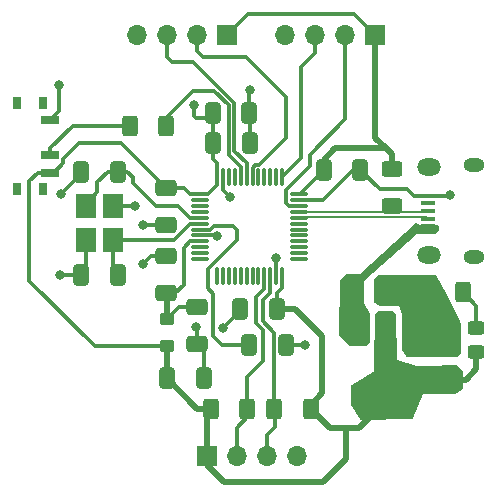
<source format=gbr>
%TF.GenerationSoftware,KiCad,Pcbnew,(6.0.10)*%
%TF.CreationDate,2023-02-14T22:37:11+03:00*%
%TF.ProjectId,BluePill,426c7565-5069-46c6-9c2e-6b696361645f,rev?*%
%TF.SameCoordinates,Original*%
%TF.FileFunction,Copper,L1,Top*%
%TF.FilePolarity,Positive*%
%FSLAX46Y46*%
G04 Gerber Fmt 4.6, Leading zero omitted, Abs format (unit mm)*
G04 Created by KiCad (PCBNEW (6.0.10)) date 2023-02-14 22:37:11*
%MOMM*%
%LPD*%
G01*
G04 APERTURE LIST*
G04 Aperture macros list*
%AMRoundRect*
0 Rectangle with rounded corners*
0 $1 Rounding radius*
0 $2 $3 $4 $5 $6 $7 $8 $9 X,Y pos of 4 corners*
0 Add a 4 corners polygon primitive as box body*
4,1,4,$2,$3,$4,$5,$6,$7,$8,$9,$2,$3,0*
0 Add four circle primitives for the rounded corners*
1,1,$1+$1,$2,$3*
1,1,$1+$1,$4,$5*
1,1,$1+$1,$6,$7*
1,1,$1+$1,$8,$9*
0 Add four rect primitives between the rounded corners*
20,1,$1+$1,$2,$3,$4,$5,0*
20,1,$1+$1,$4,$5,$6,$7,0*
20,1,$1+$1,$6,$7,$8,$9,0*
20,1,$1+$1,$8,$9,$2,$3,0*%
G04 Aperture macros list end*
%TA.AperFunction,SMDPad,CuDef*%
%ADD10RoundRect,0.250000X0.412500X0.650000X-0.412500X0.650000X-0.412500X-0.650000X0.412500X-0.650000X0*%
%TD*%
%TA.AperFunction,SMDPad,CuDef*%
%ADD11RoundRect,0.250000X-0.412500X-0.650000X0.412500X-0.650000X0.412500X0.650000X-0.412500X0.650000X0*%
%TD*%
%TA.AperFunction,SMDPad,CuDef*%
%ADD12RoundRect,0.250000X-0.350000X0.275000X-0.350000X-0.275000X0.350000X-0.275000X0.350000X0.275000X0*%
%TD*%
%TA.AperFunction,SMDPad,CuDef*%
%ADD13RoundRect,0.250000X-0.650000X0.412500X-0.650000X-0.412500X0.650000X-0.412500X0.650000X0.412500X0*%
%TD*%
%TA.AperFunction,SMDPad,CuDef*%
%ADD14R,0.800000X1.000000*%
%TD*%
%TA.AperFunction,SMDPad,CuDef*%
%ADD15R,1.500000X0.700000*%
%TD*%
%TA.AperFunction,SMDPad,CuDef*%
%ADD16RoundRect,0.250000X0.400000X0.625000X-0.400000X0.625000X-0.400000X-0.625000X0.400000X-0.625000X0*%
%TD*%
%TA.AperFunction,SMDPad,CuDef*%
%ADD17RoundRect,0.250000X-0.625000X0.400000X-0.625000X-0.400000X0.625000X-0.400000X0.625000X0.400000X0*%
%TD*%
%TA.AperFunction,SMDPad,CuDef*%
%ADD18RoundRect,0.250000X0.650000X-0.412500X0.650000X0.412500X-0.650000X0.412500X-0.650000X-0.412500X0*%
%TD*%
%TA.AperFunction,ComponentPad*%
%ADD19R,1.700000X1.700000*%
%TD*%
%TA.AperFunction,ComponentPad*%
%ADD20O,1.700000X1.700000*%
%TD*%
%TA.AperFunction,SMDPad,CuDef*%
%ADD21R,1.800000X2.100000*%
%TD*%
%TA.AperFunction,SMDPad,CuDef*%
%ADD22R,1.500000X2.000000*%
%TD*%
%TA.AperFunction,SMDPad,CuDef*%
%ADD23R,3.800000X2.000000*%
%TD*%
%TA.AperFunction,SMDPad,CuDef*%
%ADD24RoundRect,0.250000X-0.400000X-0.625000X0.400000X-0.625000X0.400000X0.625000X-0.400000X0.625000X0*%
%TD*%
%TA.AperFunction,SMDPad,CuDef*%
%ADD25RoundRect,0.250000X-0.450000X0.325000X-0.450000X-0.325000X0.450000X-0.325000X0.450000X0.325000X0*%
%TD*%
%TA.AperFunction,SMDPad,CuDef*%
%ADD26R,1.300000X0.450000*%
%TD*%
%TA.AperFunction,ComponentPad*%
%ADD27O,2.000000X1.450000*%
%TD*%
%TA.AperFunction,ComponentPad*%
%ADD28O,1.800000X1.150000*%
%TD*%
%TA.AperFunction,SMDPad,CuDef*%
%ADD29RoundRect,0.075000X-0.662500X-0.075000X0.662500X-0.075000X0.662500X0.075000X-0.662500X0.075000X0*%
%TD*%
%TA.AperFunction,SMDPad,CuDef*%
%ADD30RoundRect,0.075000X-0.075000X-0.662500X0.075000X-0.662500X0.075000X0.662500X-0.075000X0.662500X0*%
%TD*%
%TA.AperFunction,ViaPad*%
%ADD31C,0.800000*%
%TD*%
%TA.AperFunction,Conductor*%
%ADD32C,0.300000*%
%TD*%
%TA.AperFunction,Conductor*%
%ADD33C,0.500000*%
%TD*%
%TA.AperFunction,Conductor*%
%ADD34C,0.200000*%
%TD*%
G04 APERTURE END LIST*
D10*
%TO.P,C5,1*%
%TO.N,/HSE_IN*%
X103162500Y-58851800D03*
%TO.P,C5,2*%
%TO.N,GND*%
X100037500Y-58851800D03*
%TD*%
D11*
%TO.P,C1,1*%
%TO.N,VBUS*%
X123075300Y-69062600D03*
%TO.P,C1,2*%
%TO.N,GND*%
X126200300Y-69062600D03*
%TD*%
%TO.P,C13,1*%
%TO.N,+3.3V*%
X107301900Y-76352400D03*
%TO.P,C13,2*%
%TO.N,GND*%
X110426900Y-76352400D03*
%TD*%
D12*
%TO.P,FB1,1*%
%TO.N,+3.3VA*%
X107340400Y-71290800D03*
%TO.P,FB1,2*%
%TO.N,+3.3V*%
X107340400Y-73590800D03*
%TD*%
D13*
%TO.P,C6,2*%
%TO.N,GND*%
X107213400Y-63386100D03*
%TO.P,C6,1*%
%TO.N,+3.3V*%
X107213400Y-60261100D03*
%TD*%
D14*
%TO.P,SW1,*%
%TO.N,*%
X94570000Y-53041200D03*
X96780000Y-53041200D03*
X94570000Y-60341200D03*
X96780000Y-60341200D03*
D15*
%TO.P,SW1,1,A*%
%TO.N,GND*%
X97430000Y-54441200D03*
%TO.P,SW1,2,B*%
%TO.N,Net-(R4-Pad1)*%
X97430000Y-57441200D03*
%TO.P,SW1,3,C*%
%TO.N,+3.3V*%
X97430000Y-58941200D03*
%TD*%
D16*
%TO.P,R3,1*%
%TO.N,+3.3V*%
X119482200Y-78943200D03*
%TO.P,R3,2*%
%TO.N,/I2C2_SDA*%
X116382200Y-78943200D03*
%TD*%
D17*
%TO.P,R5,2*%
%TO.N,/USB_D+*%
X126339600Y-61748000D03*
%TO.P,R5,1*%
%TO.N,+3.3V*%
X126339600Y-58648000D03*
%TD*%
D13*
%TO.P,C12,1*%
%TO.N,+3.3VA*%
X109829600Y-70319500D03*
%TO.P,C12,2*%
%TO.N,GND*%
X109829600Y-73444500D03*
%TD*%
D18*
%TO.P,C2,1*%
%TO.N,+3.3V*%
X130886200Y-76365500D03*
%TO.P,C2,2*%
%TO.N,GND*%
X130886200Y-73240500D03*
%TD*%
D19*
%TO.P,J1,1,Pin_1*%
%TO.N,+3.3V*%
X112359600Y-47244000D03*
D20*
%TO.P,J1,2,Pin_2*%
%TO.N,/USART1_TX*%
X109819600Y-47244000D03*
%TO.P,J1,3,Pin_3*%
%TO.N,/USART1_RX*%
X107279600Y-47244000D03*
%TO.P,J1,4,Pin_4*%
%TO.N,GND*%
X104739600Y-47244000D03*
%TD*%
D21*
%TO.P,Y1,1,1*%
%TO.N,/HSE_IN*%
X100424600Y-61719800D03*
%TO.P,Y1,2,2*%
%TO.N,GND*%
X100424600Y-64619800D03*
%TO.P,Y1,3,3*%
%TO.N,/HSE_OUT*%
X102724600Y-64619800D03*
%TO.P,Y1,4,4*%
%TO.N,GND*%
X102724600Y-61719800D03*
%TD*%
D11*
%TO.P,C8,1*%
%TO.N,+3.3V*%
X120560700Y-58724800D03*
%TO.P,C8,2*%
%TO.N,GND*%
X123685700Y-58724800D03*
%TD*%
D19*
%TO.P,J2,1,Pin_1*%
%TO.N,+3.3V*%
X110677800Y-82931000D03*
D20*
%TO.P,J2,2,Pin_2*%
%TO.N,/I2C2_SCL*%
X113217800Y-82931000D03*
%TO.P,J2,3,Pin_3*%
%TO.N,/I2C2_SDA*%
X115757800Y-82931000D03*
%TO.P,J2,4,Pin_4*%
%TO.N,GND*%
X118297800Y-82931000D03*
%TD*%
D18*
%TO.P,C11,1*%
%TO.N,+3.3VA*%
X107238800Y-69126500D03*
%TO.P,C11,2*%
%TO.N,GND*%
X107238800Y-66001500D03*
%TD*%
D22*
%TO.P,U1,1,GND*%
%TO.N,GND*%
X128157000Y-71957800D03*
%TO.P,U1,2,VO*%
%TO.N,+3.3V*%
X125857000Y-71957800D03*
D23*
X125857000Y-78257800D03*
D22*
%TO.P,U1,3,VI*%
%TO.N,VBUS*%
X123557000Y-71957800D03*
%TD*%
D24*
%TO.P,R4,1*%
%TO.N,Net-(R4-Pad1)*%
X104139400Y-54940200D03*
%TO.P,R4,2*%
%TO.N,/BOOT0*%
X107239400Y-54940200D03*
%TD*%
D19*
%TO.P,J3,1,Pin_1*%
%TO.N,+3.3V*%
X124958000Y-47244000D03*
D20*
%TO.P,J3,2,Pin_2*%
%TO.N,/SWDIO*%
X122418000Y-47244000D03*
%TO.P,J3,3,Pin_3*%
%TO.N,/SWCLK*%
X119878000Y-47244000D03*
%TO.P,J3,4,Pin_4*%
%TO.N,GND*%
X117338000Y-47244000D03*
%TD*%
D16*
%TO.P,R1,1*%
%TO.N,/PWR_LED_K*%
X132334600Y-69037200D03*
%TO.P,R1,2*%
%TO.N,GND*%
X129234600Y-69037200D03*
%TD*%
D25*
%TO.P,D1,1,K*%
%TO.N,/PWR_LED_K*%
X133502400Y-72050800D03*
%TO.P,D1,2,A*%
%TO.N,+3.3V*%
X133502400Y-74100800D03*
%TD*%
D26*
%TO.P,J4,1,VBUS*%
%TO.N,VBUS*%
X129425000Y-63470000D03*
%TO.P,J4,2,D-*%
%TO.N,/USB_D-*%
X129425000Y-62820000D03*
%TO.P,J4,3,D+*%
%TO.N,/USB_D+*%
X129425000Y-62170000D03*
%TO.P,J4,4,ID*%
%TO.N,unconnected-(J4-Pad4)*%
X129425000Y-61520000D03*
%TO.P,J4,5,GND*%
%TO.N,GND*%
X129425000Y-60870000D03*
D27*
%TO.P,J4,6,Shield*%
%TO.N,unconnected-(J4-Pad6)*%
X129475000Y-58445000D03*
D28*
X133275000Y-58295000D03*
X133275000Y-66045000D03*
D27*
X129475000Y-65895000D03*
%TD*%
D10*
%TO.P,C9,2*%
%TO.N,GND*%
X100062900Y-67564000D03*
%TO.P,C9,1*%
%TO.N,/HSE_OUT*%
X103187900Y-67564000D03*
%TD*%
D24*
%TO.P,R2,1*%
%TO.N,+3.3V*%
X110997400Y-78917800D03*
%TO.P,R2,2*%
%TO.N,/I2C2_SCL*%
X114097400Y-78917800D03*
%TD*%
D11*
%TO.P,C4,1*%
%TO.N,/NRST*%
X114286900Y-73533000D03*
%TO.P,C4,2*%
%TO.N,GND*%
X117411900Y-73533000D03*
%TD*%
%TO.P,C3,1*%
%TO.N,+3.3V*%
X111162700Y-53898800D03*
%TO.P,C3,2*%
%TO.N,GND*%
X114287700Y-53898800D03*
%TD*%
D10*
%TO.P,C10,1*%
%TO.N,+3.3V*%
X116624500Y-70459600D03*
%TO.P,C10,2*%
%TO.N,GND*%
X113499500Y-70459600D03*
%TD*%
D11*
%TO.P,C7,1*%
%TO.N,+3.3V*%
X111213500Y-56388000D03*
%TO.P,C7,2*%
%TO.N,GND*%
X114338500Y-56388000D03*
%TD*%
D29*
%TO.P,U2,1,VBAT*%
%TO.N,+3.3V*%
X110137500Y-60750000D03*
%TO.P,U2,2,PC13*%
%TO.N,unconnected-(U2-Pad2)*%
X110137500Y-61250000D03*
%TO.P,U2,3,PC14*%
%TO.N,unconnected-(U2-Pad3)*%
X110137500Y-61750000D03*
%TO.P,U2,4,PC15*%
%TO.N,unconnected-(U2-Pad4)*%
X110137500Y-62250000D03*
%TO.P,U2,5,PD0*%
%TO.N,/HSE_IN*%
X110137500Y-62750000D03*
%TO.P,U2,6,PD1*%
%TO.N,/HSE_OUT*%
X110137500Y-63250000D03*
%TO.P,U2,7,NRST*%
%TO.N,/NRST*%
X110137500Y-63750000D03*
%TO.P,U2,8,VSSA*%
%TO.N,GND*%
X110137500Y-64250000D03*
%TO.P,U2,9,VDDA*%
%TO.N,+3.3VA*%
X110137500Y-64750000D03*
%TO.P,U2,10,PA0*%
%TO.N,unconnected-(U2-Pad10)*%
X110137500Y-65250000D03*
%TO.P,U2,11,PA1*%
%TO.N,unconnected-(U2-Pad11)*%
X110137500Y-65750000D03*
%TO.P,U2,12,PA2*%
%TO.N,unconnected-(U2-Pad12)*%
X110137500Y-66250000D03*
D30*
%TO.P,U2,13,PA3*%
%TO.N,unconnected-(U2-Pad13)*%
X111550000Y-67662500D03*
%TO.P,U2,14,PA4*%
%TO.N,unconnected-(U2-Pad14)*%
X112050000Y-67662500D03*
%TO.P,U2,15,PA5*%
%TO.N,unconnected-(U2-Pad15)*%
X112550000Y-67662500D03*
%TO.P,U2,16,PA6*%
%TO.N,unconnected-(U2-Pad16)*%
X113050000Y-67662500D03*
%TO.P,U2,17,PA7*%
%TO.N,unconnected-(U2-Pad17)*%
X113550000Y-67662500D03*
%TO.P,U2,18,PB0*%
%TO.N,unconnected-(U2-Pad18)*%
X114050000Y-67662500D03*
%TO.P,U2,19,PB1*%
%TO.N,unconnected-(U2-Pad19)*%
X114550000Y-67662500D03*
%TO.P,U2,20,PB2*%
%TO.N,unconnected-(U2-Pad20)*%
X115050000Y-67662500D03*
%TO.P,U2,21,PB10*%
%TO.N,/I2C2_SCL*%
X115550000Y-67662500D03*
%TO.P,U2,22,PB11*%
%TO.N,/I2C2_SDA*%
X116050000Y-67662500D03*
%TO.P,U2,23,VSS*%
%TO.N,GND*%
X116550000Y-67662500D03*
%TO.P,U2,24,VDD*%
%TO.N,+3.3V*%
X117050000Y-67662500D03*
D29*
%TO.P,U2,25,PB12*%
%TO.N,unconnected-(U2-Pad25)*%
X118462500Y-66250000D03*
%TO.P,U2,26,PB13*%
%TO.N,unconnected-(U2-Pad26)*%
X118462500Y-65750000D03*
%TO.P,U2,27,PB14*%
%TO.N,unconnected-(U2-Pad27)*%
X118462500Y-65250000D03*
%TO.P,U2,28,PB15*%
%TO.N,unconnected-(U2-Pad28)*%
X118462500Y-64750000D03*
%TO.P,U2,29,PA8*%
%TO.N,unconnected-(U2-Pad29)*%
X118462500Y-64250000D03*
%TO.P,U2,30,PA9*%
%TO.N,unconnected-(U2-Pad30)*%
X118462500Y-63750000D03*
%TO.P,U2,31,PA10*%
%TO.N,unconnected-(U2-Pad31)*%
X118462500Y-63250000D03*
%TO.P,U2,32,PA11*%
%TO.N,/USB_D-*%
X118462500Y-62750000D03*
%TO.P,U2,33,PA12*%
%TO.N,/USB_D+*%
X118462500Y-62250000D03*
%TO.P,U2,34,PA13*%
%TO.N,/SWDIO*%
X118462500Y-61750000D03*
%TO.P,U2,35,VSS*%
%TO.N,GND*%
X118462500Y-61250000D03*
%TO.P,U2,36,VDD*%
%TO.N,+3.3V*%
X118462500Y-60750000D03*
D30*
%TO.P,U2,37,PA14*%
%TO.N,/SWCLK*%
X117050000Y-59337500D03*
%TO.P,U2,38,PA15*%
%TO.N,unconnected-(U2-Pad38)*%
X116550000Y-59337500D03*
%TO.P,U2,39,PB3*%
%TO.N,unconnected-(U2-Pad39)*%
X116050000Y-59337500D03*
%TO.P,U2,40,PB4*%
%TO.N,unconnected-(U2-Pad40)*%
X115550000Y-59337500D03*
%TO.P,U2,41,PB5*%
%TO.N,unconnected-(U2-Pad41)*%
X115050000Y-59337500D03*
%TO.P,U2,42,PB6*%
%TO.N,/USART1_TX*%
X114550000Y-59337500D03*
%TO.P,U2,43,PB7*%
%TO.N,/USART1_RX*%
X114050000Y-59337500D03*
%TO.P,U2,44,BOOT0*%
%TO.N,/BOOT0*%
X113550000Y-59337500D03*
%TO.P,U2,45,PB8*%
%TO.N,unconnected-(U2-Pad45)*%
X113050000Y-59337500D03*
%TO.P,U2,46,PB9*%
%TO.N,unconnected-(U2-Pad46)*%
X112550000Y-59337500D03*
%TO.P,U2,47,VSS*%
%TO.N,GND*%
X112050000Y-59337500D03*
%TO.P,U2,48,VDD*%
%TO.N,+3.3V*%
X111550000Y-59337500D03*
%TD*%
D31*
%TO.N,GND*%
X131267200Y-60858400D03*
%TO.N,+3.3V*%
X109626400Y-53187600D03*
%TO.N,GND*%
X114300000Y-51917600D03*
X98298000Y-60756800D03*
X104597200Y-61722000D03*
X105308400Y-63398400D03*
X98247200Y-67564000D03*
X98145600Y-51511200D03*
X127660400Y-69697600D03*
X127711200Y-68427600D03*
X128270000Y-73660000D03*
X131419600Y-71577200D03*
X130200400Y-71577200D03*
X105308400Y-66649600D03*
X109778800Y-71983600D03*
X112064800Y-72085200D03*
X119024400Y-73558400D03*
X116535200Y-66141600D03*
X112674400Y-61010800D03*
X111556800Y-64262000D03*
%TD*%
D32*
%TO.N,unconnected-(J4-Pad6)*%
X133125000Y-58445000D02*
X133275000Y-58295000D01*
X133125000Y-65895000D02*
X133275000Y-66045000D01*
%TO.N,GND*%
X98145600Y-53725600D02*
X97430000Y-54441200D01*
X98145600Y-51511200D02*
X98145600Y-53725600D01*
%TO.N,+3.3V*%
X110801600Y-60750000D02*
X111550000Y-60001600D01*
X110137500Y-60750000D02*
X110801600Y-60750000D01*
X111550000Y-60001600D02*
X111550000Y-59337500D01*
%TO.N,GND*%
X112674400Y-61010800D02*
X112050000Y-60386400D01*
X112050000Y-60386400D02*
X112050000Y-59337500D01*
X131255600Y-60870000D02*
X131267200Y-60858400D01*
X129425000Y-60870000D02*
X131255600Y-60870000D01*
%TO.N,+3.3V*%
X95656400Y-68072000D02*
X101175200Y-73590800D01*
X95656400Y-59664800D02*
X95656400Y-68072000D01*
X97430000Y-58941200D02*
X96380000Y-58941200D01*
X96380000Y-58941200D02*
X95656400Y-59664800D01*
X101175200Y-73590800D02*
X107340400Y-73590800D01*
X123180000Y-45466000D02*
X124958000Y-47244000D01*
X114137600Y-45466000D02*
X123180000Y-45466000D01*
X112359600Y-47244000D02*
X114137600Y-45466000D01*
X109778800Y-54305200D02*
X110756300Y-54305200D01*
X109626400Y-54152800D02*
X109778800Y-54305200D01*
X110756300Y-54305200D02*
X111162700Y-53898800D01*
X109626400Y-53187600D02*
X109626400Y-54152800D01*
%TO.N,GND*%
X114287700Y-51929900D02*
X114300000Y-51917600D01*
X114287700Y-53898800D02*
X114287700Y-51929900D01*
X114338500Y-53949600D02*
X114287700Y-53898800D01*
X114338500Y-56388000D02*
X114338500Y-53949600D01*
%TO.N,/USART1_TX*%
X109819600Y-48656400D02*
X109819600Y-47244000D01*
X110337600Y-49174400D02*
X109819600Y-48656400D01*
X113995200Y-49174400D02*
X110337600Y-49174400D01*
X117348000Y-52527200D02*
X113995200Y-49174400D01*
X114798959Y-58250000D02*
X115130400Y-58250000D01*
X115130400Y-58250000D02*
X117348000Y-56032400D01*
X114550000Y-59337500D02*
X114550000Y-58498959D01*
X114550000Y-58498959D02*
X114798959Y-58250000D01*
X117348000Y-56032400D02*
X117348000Y-52527200D01*
%TO.N,GND*%
X100037500Y-59017300D02*
X98298000Y-60756800D01*
X100037500Y-58851800D02*
X100037500Y-59017300D01*
%TO.N,+3.3V*%
X97730000Y-58941200D02*
X97430000Y-58941200D01*
X98530000Y-58141200D02*
X97730000Y-58941200D01*
X99872800Y-56438800D02*
X98530000Y-57781600D01*
X103391100Y-56438800D02*
X99872800Y-56438800D01*
X98530000Y-57781600D02*
X98530000Y-58141200D01*
X107213400Y-60261100D02*
X103391100Y-56438800D01*
%TO.N,GND*%
X104595000Y-61719800D02*
X104597200Y-61722000D01*
X102724600Y-61719800D02*
X104595000Y-61719800D01*
X105320700Y-63386100D02*
X105308400Y-63398400D01*
X107213400Y-63386100D02*
X105320700Y-63386100D01*
%TO.N,/HSE_IN*%
X104444800Y-59791600D02*
X104444800Y-59334400D01*
X104444800Y-59334400D02*
X103962200Y-58851800D01*
X103962200Y-58851800D02*
X103162500Y-58851800D01*
X106375200Y-61722000D02*
X104444800Y-59791600D01*
X108204000Y-61722000D02*
X106375200Y-61722000D01*
X109232000Y-62750000D02*
X108204000Y-61722000D01*
X110137500Y-62750000D02*
X109232000Y-62750000D01*
%TO.N,GND*%
X100062900Y-67564000D02*
X98247200Y-67564000D01*
X100424600Y-67202300D02*
X100062900Y-67564000D01*
X100424600Y-64619800D02*
X100424600Y-67202300D01*
%TO.N,Net-(R4-Pad1)*%
X99339400Y-54940200D02*
X97430000Y-56849600D01*
X104139400Y-54940200D02*
X99339400Y-54940200D01*
X97430000Y-56849600D02*
X97430000Y-57441200D01*
D33*
%TO.N,+3.3V*%
X124958000Y-55971600D02*
X125831600Y-56845200D01*
X124958000Y-47244000D02*
X124958000Y-55971600D01*
X120560700Y-57848900D02*
X120560700Y-58724800D01*
X121564400Y-56845200D02*
X120560700Y-57848900D01*
X125831600Y-56845200D02*
X121564400Y-56845200D01*
X126339600Y-58648000D02*
X126339600Y-57353200D01*
X126339600Y-57353200D02*
X125831600Y-56845200D01*
X110677800Y-83703000D02*
X110677800Y-82931000D01*
X112115600Y-85140800D02*
X110677800Y-83703000D01*
X120497600Y-85140800D02*
X112115600Y-85140800D01*
X122478800Y-80568800D02*
X122478800Y-83159600D01*
X122478800Y-80568800D02*
X123546000Y-80568800D01*
X122478800Y-83159600D02*
X120497600Y-85140800D01*
X121107800Y-80568800D02*
X122478800Y-80568800D01*
X120446800Y-72796400D02*
X118110000Y-70459600D01*
X118110000Y-70459600D02*
X116624500Y-70459600D01*
X120446800Y-77622400D02*
X120446800Y-72796400D01*
X119482200Y-78587000D02*
X120446800Y-77622400D01*
X119482200Y-78943200D02*
X119482200Y-78587000D01*
X123546000Y-80568800D02*
X125857000Y-78257800D01*
X119482200Y-78943200D02*
X121107800Y-80568800D01*
X132588000Y-76504800D02*
X131025500Y-76504800D01*
X131025500Y-76504800D02*
X130886200Y-76365500D01*
X133502400Y-75590400D02*
X132588000Y-76504800D01*
X133502400Y-74100800D02*
X133502400Y-75590400D01*
D32*
%TO.N,GND*%
X105956500Y-66001500D02*
X105308400Y-66649600D01*
X107238800Y-66001500D02*
X105956500Y-66001500D01*
X109829600Y-72034400D02*
X109778800Y-71983600D01*
X109829600Y-73444500D02*
X109829600Y-72034400D01*
X113499500Y-70650500D02*
X112064800Y-72085200D01*
X113499500Y-70459600D02*
X113499500Y-70650500D01*
%TO.N,/NRST*%
X111988600Y-73533000D02*
X114286900Y-73533000D01*
X111201200Y-72745600D02*
X111988600Y-73533000D01*
X111201200Y-69189600D02*
X111201200Y-72745600D01*
X113233200Y-63804800D02*
X113233200Y-64640759D01*
X112877600Y-63449200D02*
X113233200Y-63804800D01*
X110744000Y-67129959D02*
X110744000Y-68732400D01*
X110744000Y-68732400D02*
X111201200Y-69189600D01*
X111276841Y-63449200D02*
X112877600Y-63449200D01*
X110976041Y-63750000D02*
X111276841Y-63449200D01*
X113233200Y-64640759D02*
X110744000Y-67129959D01*
X110137500Y-63750000D02*
X110976041Y-63750000D01*
%TO.N,+3.3VA*%
X108311700Y-70319500D02*
X107340400Y-71290800D01*
X109829600Y-70319500D02*
X108311700Y-70319500D01*
%TO.N,GND*%
X110363000Y-73393700D02*
X110363000Y-73482200D01*
X118999000Y-73533000D02*
X119024400Y-73558400D01*
X117411900Y-73533000D02*
X118999000Y-73533000D01*
X110426900Y-76352400D02*
X110426900Y-73457600D01*
X110426900Y-73457600D02*
X110363000Y-73393700D01*
X125311300Y-60350400D02*
X123685700Y-58724800D01*
X127660400Y-60350400D02*
X125311300Y-60350400D01*
X128255000Y-60945000D02*
X127660400Y-60350400D01*
X129402600Y-60945000D02*
X128255000Y-60945000D01*
X129425000Y-60922600D02*
X129402600Y-60945000D01*
X129425000Y-60870000D02*
X129425000Y-60922600D01*
X116550000Y-66156400D02*
X116535200Y-66141600D01*
X116550000Y-67662500D02*
X116550000Y-66156400D01*
X111544800Y-64250000D02*
X111556800Y-64262000D01*
X110137500Y-64250000D02*
X111544800Y-64250000D01*
%TO.N,/PWR_LED_K*%
X133502400Y-70205000D02*
X132334600Y-69037200D01*
X133502400Y-72050800D02*
X133502400Y-70205000D01*
%TO.N,/USART1_RX*%
X107279600Y-49113600D02*
X107279600Y-47244000D01*
X109524800Y-49530000D02*
X107696000Y-49530000D01*
X113022000Y-53027200D02*
X109524800Y-49530000D01*
X107696000Y-49530000D02*
X107279600Y-49113600D01*
X113022000Y-57091200D02*
X113022000Y-53027200D01*
X114050000Y-58119200D02*
X113022000Y-57091200D01*
X114050000Y-59337500D02*
X114050000Y-58119200D01*
%TO.N,/BOOT0*%
X107239400Y-54304600D02*
X107239400Y-54940200D01*
X112522000Y-53238400D02*
X111302800Y-52019200D01*
X109524800Y-52019200D02*
X107239400Y-54304600D01*
X112522000Y-57454800D02*
X112522000Y-53238400D01*
X113550000Y-58482800D02*
X112522000Y-57454800D01*
X111302800Y-52019200D02*
X109524800Y-52019200D01*
X113550000Y-59337500D02*
X113550000Y-58482800D01*
%TO.N,/SWCLK*%
X119878000Y-48778000D02*
X119878000Y-47244000D01*
X118668800Y-49987200D02*
X119878000Y-48778000D01*
X118668800Y-57718700D02*
X118668800Y-49987200D01*
X117050000Y-59337500D02*
X118668800Y-57718700D01*
%TO.N,+3.3V*%
X111213500Y-53949600D02*
X111162700Y-53898800D01*
X111213500Y-56388000D02*
X111213500Y-53949600D01*
X111213500Y-57771900D02*
X111213500Y-56388000D01*
X111550000Y-58108400D02*
X111213500Y-57771900D01*
%TO.N,/SWDIO*%
X119385400Y-57404000D02*
X122418000Y-54371400D01*
X117375000Y-60374200D02*
X119385400Y-58363800D01*
X117623959Y-61750000D02*
X117375000Y-61501041D01*
X122418000Y-54371400D02*
X122418000Y-47244000D01*
X119385400Y-58363800D02*
X119385400Y-57404000D01*
X117375000Y-61501041D02*
X117375000Y-60374200D01*
X118462500Y-61750000D02*
X117623959Y-61750000D01*
D33*
%TO.N,+3.3V*%
X107340400Y-76313900D02*
X107301900Y-76352400D01*
X107340400Y-73590800D02*
X107340400Y-76313900D01*
X109867300Y-78917800D02*
X110997400Y-78917800D01*
X107301900Y-76352400D02*
X109867300Y-78917800D01*
X110677800Y-79237400D02*
X110997400Y-78917800D01*
X110677800Y-82931000D02*
X110677800Y-79237400D01*
D32*
%TO.N,/I2C2_SDA*%
X116433600Y-80467200D02*
X116433600Y-78994600D01*
X115757800Y-81143000D02*
X116433600Y-80467200D01*
X116433600Y-78994600D02*
X116382200Y-78943200D01*
X115757800Y-82931000D02*
X115757800Y-81143000D01*
%TO.N,/I2C2_SCL*%
X114097400Y-79653800D02*
X114097400Y-78917800D01*
X113217800Y-80533400D02*
X114097400Y-79653800D01*
X113217800Y-82931000D02*
X113217800Y-80533400D01*
D34*
%TO.N,/USB_D+*%
X129320001Y-62274999D02*
X129425000Y-62170000D01*
X118487499Y-62274999D02*
X129320001Y-62274999D01*
X118462500Y-62250000D02*
X118487499Y-62274999D01*
%TO.N,/USB_D-*%
X129330001Y-62725001D02*
X129425000Y-62820000D01*
X118487499Y-62725001D02*
X129330001Y-62725001D01*
X118462500Y-62750000D02*
X118487499Y-62725001D01*
D32*
%TO.N,GND*%
X120512400Y-61250000D02*
X123037600Y-58724800D01*
X118462500Y-61250000D02*
X120512400Y-61250000D01*
X123037600Y-58724800D02*
X123685700Y-58724800D01*
%TO.N,+3.3V*%
X118462500Y-60750000D02*
X118535500Y-60750000D01*
X118535500Y-60750000D02*
X120560700Y-58724800D01*
%TO.N,/I2C2_SDA*%
X115417600Y-69748400D02*
X115417600Y-71530494D01*
X116050000Y-69116000D02*
X115417600Y-69748400D01*
X116382200Y-72495094D02*
X116382200Y-78943200D01*
X116050000Y-67662500D02*
X116050000Y-69116000D01*
X115417600Y-71530494D02*
X116382200Y-72495094D01*
%TO.N,/I2C2_SCL*%
X115468400Y-72288400D02*
X114858800Y-71678800D01*
X114858800Y-71678800D02*
X114858800Y-69443600D01*
X114097400Y-76250200D02*
X115468400Y-74879200D01*
X115468400Y-74879200D02*
X115468400Y-72288400D01*
X114858800Y-69443600D02*
X115550000Y-68752400D01*
X114097400Y-78917800D02*
X114097400Y-76250200D01*
X115550000Y-68752400D02*
X115550000Y-67662500D01*
%TO.N,+3.3V*%
X117050000Y-68674800D02*
X116624500Y-69100300D01*
X116624500Y-69100300D02*
X116624500Y-70459600D01*
X117050000Y-67662500D02*
X117050000Y-68674800D01*
%TO.N,+3.3VA*%
X108712000Y-68427600D02*
X108013100Y-69126500D01*
X108712000Y-65328800D02*
X108712000Y-68427600D01*
X109290800Y-64750000D02*
X108712000Y-65328800D01*
X108013100Y-69126500D02*
X107238800Y-69126500D01*
X110137500Y-64750000D02*
X109290800Y-64750000D01*
D33*
X107340400Y-69228100D02*
X107238800Y-69126500D01*
X107340400Y-71290800D02*
X107340400Y-69228100D01*
D32*
%TO.N,/HSE_OUT*%
X107890728Y-64619800D02*
X109260528Y-63250000D01*
X109260528Y-63250000D02*
X110137500Y-63250000D01*
X102724600Y-64619800D02*
X107890728Y-64619800D01*
%TO.N,/HSE_IN*%
X101396800Y-60597600D02*
X101396800Y-59740800D01*
X100424600Y-61569800D02*
X101396800Y-60597600D01*
X102285800Y-58851800D02*
X103162500Y-58851800D01*
X100424600Y-61719800D02*
X100424600Y-61569800D01*
X101396800Y-59740800D02*
X102285800Y-58851800D01*
%TO.N,/HSE_OUT*%
X102724600Y-67266200D02*
X102724600Y-64619800D01*
X103187900Y-67729500D02*
X102724600Y-67266200D01*
X103187900Y-67564000D02*
X103187900Y-67729500D01*
%TO.N,GND*%
X107682900Y-63855600D02*
X107213400Y-63386100D01*
%TO.N,+3.3V*%
X108775100Y-60261100D02*
X107213400Y-60261100D01*
X109264000Y-60750000D02*
X108775100Y-60261100D01*
X110137500Y-60750000D02*
X109264000Y-60750000D01*
X111201200Y-56146300D02*
X111213500Y-56134000D01*
X111550000Y-59337500D02*
X111550000Y-58108400D01*
%TD*%
%TA.AperFunction,Conductor*%
%TO.N,GND*%
G36*
X130040099Y-67584002D02*
G01*
X130083444Y-67631253D01*
X130887774Y-69157417D01*
X132027239Y-71319480D01*
X132030912Y-71327052D01*
X132221540Y-71755964D01*
X132232400Y-71807138D01*
X132232400Y-74115810D01*
X132212398Y-74183931D01*
X132195495Y-74204905D01*
X131913546Y-74486854D01*
X131851234Y-74520880D01*
X131824835Y-74523758D01*
X127682812Y-74536375D01*
X127614630Y-74516581D01*
X127577726Y-74480472D01*
X127393240Y-74204905D01*
X127230349Y-73961596D01*
X127209053Y-73890832D01*
X127225068Y-70872338D01*
X127225068Y-70872336D01*
X127225146Y-70857552D01*
X126920388Y-70245453D01*
X126903126Y-70245575D01*
X126903125Y-70245575D01*
X125414607Y-70256115D01*
X125341459Y-70233341D01*
X124920144Y-69938421D01*
X124875808Y-69882970D01*
X124866400Y-69835198D01*
X124866400Y-67971790D01*
X124886402Y-67903669D01*
X124903305Y-67882695D01*
X125185095Y-67600905D01*
X125247407Y-67566879D01*
X125274190Y-67564000D01*
X129971978Y-67564000D01*
X130040099Y-67584002D01*
G37*
%TD.AperFunction*%
%TD*%
%TA.AperFunction,Conductor*%
%TO.N,+3.3V*%
G36*
X126406331Y-70632002D02*
G01*
X126427305Y-70648905D01*
X126658971Y-70880571D01*
X126692997Y-70942883D01*
X126695865Y-70968030D01*
X126697179Y-71069200D01*
X126746000Y-74828400D01*
X128510713Y-75319938D01*
X129384781Y-75297492D01*
X131771922Y-75236189D01*
X131840534Y-75254435D01*
X131864252Y-75273052D01*
X132346083Y-75754883D01*
X132380109Y-75817195D01*
X132382913Y-75848320D01*
X132336329Y-77199254D01*
X132313991Y-77266645D01*
X132276440Y-77302221D01*
X131703973Y-77654509D01*
X131637937Y-77673200D01*
X129032000Y-77673200D01*
X129024488Y-77689806D01*
X129024487Y-77689807D01*
X128099880Y-79733675D01*
X128053578Y-79787496D01*
X127986545Y-79807733D01*
X123767906Y-79856787D01*
X123699557Y-79837579D01*
X123660315Y-79798717D01*
X122905074Y-78618653D01*
X122885200Y-78550732D01*
X122885200Y-76984566D01*
X122905202Y-76916445D01*
X122949006Y-76874986D01*
X124761907Y-75846042D01*
X124767752Y-75842924D01*
X124866400Y-75793600D01*
X124872198Y-75254435D01*
X124917197Y-71069444D01*
X124917200Y-71069200D01*
X124917200Y-70962418D01*
X124937202Y-70894297D01*
X124946404Y-70881755D01*
X125133419Y-70657337D01*
X125192395Y-70617810D01*
X125230215Y-70612000D01*
X126338210Y-70612000D01*
X126406331Y-70632002D01*
G37*
%TD.AperFunction*%
%TD*%
%TA.AperFunction,Conductor*%
%TO.N,VBUS*%
G36*
X128506201Y-63213881D02*
G01*
X128545378Y-63240431D01*
X128602287Y-63297241D01*
X128612924Y-63301944D01*
X128612926Y-63301945D01*
X128672462Y-63328265D01*
X128704673Y-63342506D01*
X128730354Y-63345500D01*
X130119646Y-63345500D01*
X130123350Y-63345059D01*
X130123353Y-63345059D01*
X130126640Y-63344668D01*
X130145846Y-63342382D01*
X130146964Y-63341886D01*
X130213588Y-63343040D01*
X130272640Y-63382453D01*
X130301010Y-63447535D01*
X130302000Y-63463303D01*
X130302000Y-63803410D01*
X130281998Y-63871531D01*
X130265095Y-63892505D01*
X130034105Y-64123495D01*
X129971793Y-64157521D01*
X129945010Y-64160400D01*
X128473200Y-64160400D01*
X124002800Y-68072000D01*
X124002800Y-69951600D01*
X124497498Y-70940996D01*
X124510800Y-70997345D01*
X124510800Y-73196425D01*
X124490798Y-73264546D01*
X124467774Y-73291248D01*
X124149365Y-73569856D01*
X124140029Y-73578025D01*
X124075591Y-73607829D01*
X124057057Y-73609200D01*
X122837797Y-73609200D01*
X122769676Y-73589198D01*
X122746327Y-73569856D01*
X121904283Y-72681032D01*
X121871954Y-72617823D01*
X121869761Y-72592991D01*
X121919397Y-68076109D01*
X121940146Y-68008213D01*
X121960632Y-67984262D01*
X122442755Y-67545968D01*
X122506615Y-67514945D01*
X122527512Y-67513200D01*
X123647200Y-67513200D01*
X128371800Y-63236193D01*
X128435724Y-63205305D01*
X128506201Y-63213881D01*
G37*
%TD.AperFunction*%
%TD*%
M02*

</source>
